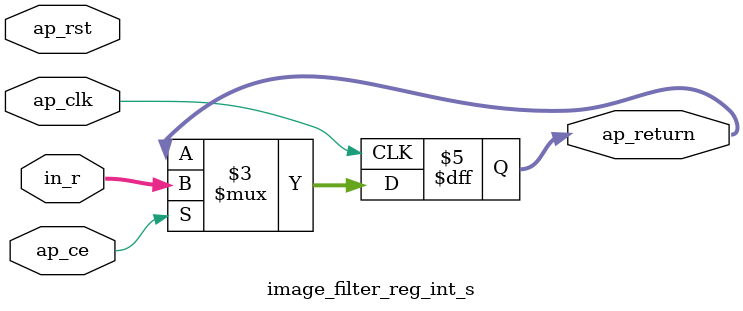
<source format=v>

`timescale 1 ns / 1 ps 

module image_filter_reg_int_s (
        ap_clk,
        ap_rst,
        in_r,
        ap_return,
        ap_ce
);

parameter    ap_const_logic_1 = 1'b1;
parameter    ap_const_logic_0 = 1'b0;

input   ap_clk;
input   ap_rst;
input  [31:0] in_r;
output  [31:0] ap_return;
input   ap_ce;

reg[31:0] ap_return;




/// assign process. ///
always @(posedge ap_clk)
begin
    if ((ap_const_logic_1 == ap_ce)) begin
        ap_return <= in_r;
    end
end


endmodule //image_filter_reg_int_s


</source>
